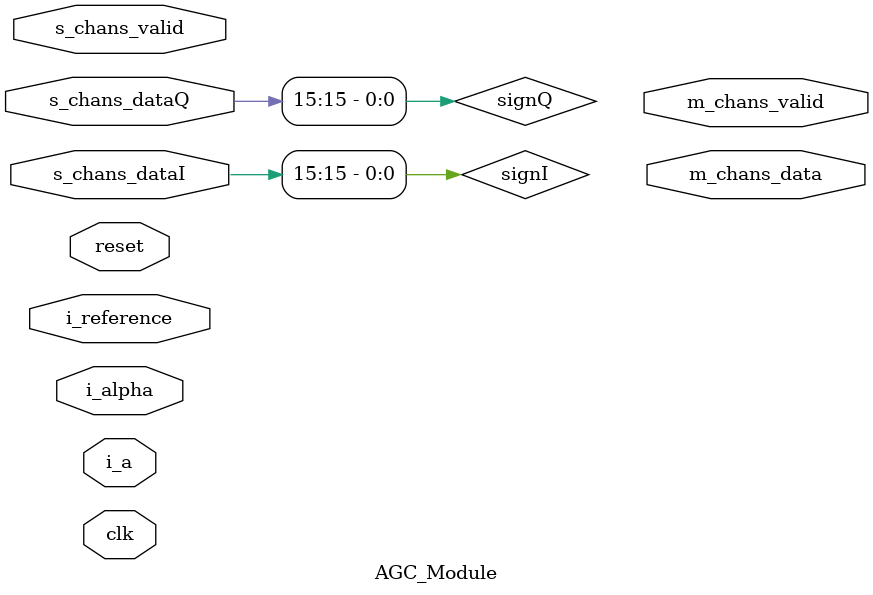
<source format=v>
`timescale 1ns / 1ps


module AGC_Module#(
    parameter W_IN    = 16,
    parameter W_OUT   = 16,
    parameter W_ALPHA = 16,
    parameter F_ALPHA = 14,
    parameter W_REF   = 16,
    parameter F_REF   = 14,
    parameter W_A     = 16,
    parameter F_A     = 14
) (
    input  wire                          clk           ,
    input  wire                          reset         ,
    input  wire [W_ALPHA-1:0]            i_alpha       , // Speed 
    input  wire [  W_REF-1:0]            i_reference   , // Referenne level
    input  wire [  W_REF-1:0]            i_a           , // Filter coefficient
    input  wire [   W_IN-1:0]            s_chans_dataI , // Image
    input  wire [   W_IN-1:0]            s_chans_dataQ , // ReaL
    input  wire                          s_chans_valid , // Valid input
    output wire [  W_OUT-1:0]            m_chans_data  , // Output data
    output wire                          m_chans_valid   // Valid output
);

reg   
	signI,
	signQ;

wire   [W_IN-2:0]
    module_dataI,
    module_dataQ;

reg   [W_IN-1:0]
	received_sum,received_Isignal,received_Qsignal;

reg signed  [W_OUT-1:0]
	b,d,filter;

	EMA_Module #(
			.BWIDTH(W_A),
			.AWIDTH(W_IN),
			.DWIDTH(W_IN),
			.MULT(W_OUT),
			.OUTWIDTH(W_OUT)
		) inst_EMA_Module (
			.clk  (clk),
			.b_in (b),
			.d_in (d),
			.out  (filter)
		);

assign	signI = s_chans_dataI[W_IN-1];
assign	signQ = s_chans_dataQ[W_IN-1];

always @* begin : async_proc
    case (signI)
        1'b0 : module_dataI <=  received_Isignal;
        1'b1 : module_dataI <= -received_Isignal;
    endcase
        case (signQ)
        1'b0 : module_dataQ <=  received_Qsignal;
        1'b1 : module_dataQ <= -received_Qsignal;
    endcase
end

always @(posedge clk) begin
	if (s_chans_valid) begin
       received_Isignal <= s_chans_dataI;
       received_Qsignal <= s_chans_dataQ;
    end


    received_sum <= module_dataQ + module_dataI;


end	

endmodule

</source>
